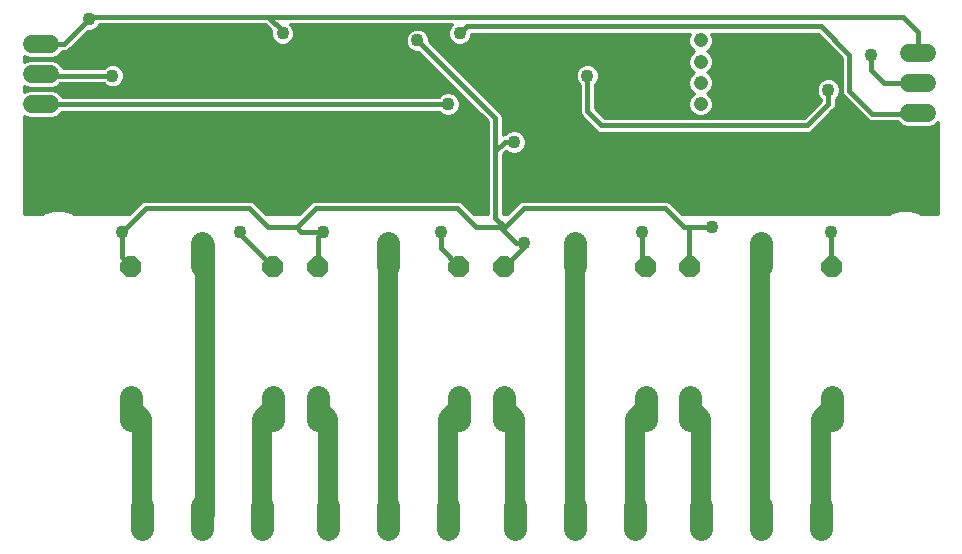
<source format=gbl>
G75*
%MOIN*%
%OFA0B0*%
%FSLAX25Y25*%
%IPPOS*%
%LPD*%
%AMOC8*
5,1,8,0,0,1.08239X$1,22.5*
%
%ADD10C,0.06000*%
%ADD11C,0.07677*%
%ADD12OC8,0.07000*%
%ADD13C,0.07800*%
%ADD14C,0.04756*%
%ADD15C,0.04356*%
%ADD16C,0.01000*%
%ADD17C,0.04750*%
%ADD18C,0.01600*%
%ADD19C,0.06600*%
%ADD20C,0.02400*%
D10*
X0008933Y0151748D02*
X0014933Y0151748D01*
X0014933Y0161748D02*
X0008933Y0161748D01*
X0008933Y0171748D02*
X0014933Y0171748D01*
X0014933Y0181748D02*
X0008933Y0181748D01*
X0301217Y0178598D02*
X0307217Y0178598D01*
X0307217Y0168598D02*
X0301217Y0168598D01*
X0301217Y0158598D02*
X0307217Y0158598D01*
X0307217Y0148598D02*
X0301217Y0148598D01*
D11*
X0251972Y0115370D02*
X0251972Y0107693D01*
X0189846Y0107693D02*
X0189846Y0115370D01*
X0127720Y0115370D02*
X0127720Y0107693D01*
X0065594Y0107693D02*
X0065594Y0115370D01*
X0041972Y0064091D02*
X0041972Y0056413D01*
X0089217Y0056413D02*
X0089217Y0064091D01*
X0104098Y0064091D02*
X0104098Y0056413D01*
X0151343Y0056413D02*
X0151343Y0064091D01*
X0166224Y0064091D02*
X0166224Y0056413D01*
X0213469Y0056413D02*
X0213469Y0064091D01*
X0228350Y0064091D02*
X0228350Y0056413D01*
X0275594Y0056413D02*
X0275594Y0064091D01*
D12*
X0275594Y0107496D03*
X0228350Y0107496D03*
X0213469Y0107496D03*
X0166224Y0107496D03*
X0151343Y0107496D03*
X0104098Y0107496D03*
X0089217Y0107496D03*
X0041972Y0107496D03*
D13*
X0045594Y0027774D02*
X0045594Y0019974D01*
X0065594Y0019974D02*
X0065594Y0027774D01*
X0085594Y0027774D02*
X0085594Y0019974D01*
X0107720Y0019974D02*
X0107720Y0027774D01*
X0127720Y0027774D02*
X0127720Y0019974D01*
X0147720Y0019974D02*
X0147720Y0027774D01*
X0169846Y0027774D02*
X0169846Y0019974D01*
X0189846Y0019974D02*
X0189846Y0027774D01*
X0209846Y0027774D02*
X0209846Y0019974D01*
X0231972Y0019974D02*
X0231972Y0027774D01*
X0251972Y0027774D02*
X0251972Y0019974D01*
X0271972Y0019974D02*
X0271972Y0027774D01*
D14*
X0231815Y0161630D03*
X0231815Y0168717D03*
X0231815Y0175803D03*
X0231815Y0182890D03*
D15*
X0194020Y0171079D03*
X0169610Y0149031D03*
X0147563Y0161630D03*
X0130240Y0147457D03*
X0145201Y0119110D03*
X0172760Y0115173D03*
X0212130Y0119110D03*
X0235752Y0120685D03*
X0275122Y0119110D03*
X0273941Y0147063D03*
X0274335Y0166354D03*
X0288508Y0178165D03*
X0216854Y0146276D03*
X0151500Y0185252D03*
X0137327Y0182890D03*
X0092445Y0185252D03*
X0035752Y0171079D03*
X0027878Y0189976D03*
X0038902Y0119110D03*
X0078272Y0119110D03*
X0105831Y0119110D03*
D16*
X0098763Y0125814D02*
X0086127Y0125814D01*
X0086925Y0125016D02*
X0082837Y0129104D01*
X0081919Y0129484D01*
X0046278Y0129484D01*
X0045359Y0129104D01*
X0041272Y0125016D01*
X0022980Y0125016D01*
X0021962Y0125603D01*
X0019115Y0126366D01*
X0016168Y0126366D01*
X0013321Y0125603D01*
X0012304Y0125016D01*
X0006394Y0125016D01*
X0006394Y0157713D01*
X0007998Y0157048D01*
X0015868Y0157048D01*
X0017595Y0157764D01*
X0018918Y0159086D01*
X0018936Y0159130D01*
X0144579Y0159130D01*
X0145366Y0158342D01*
X0146792Y0157752D01*
X0148334Y0157752D01*
X0149760Y0158342D01*
X0150851Y0159433D01*
X0151441Y0160859D01*
X0151441Y0162401D01*
X0150851Y0163827D01*
X0149760Y0164917D01*
X0148334Y0165508D01*
X0146792Y0165508D01*
X0145366Y0164917D01*
X0144579Y0164130D01*
X0019034Y0164130D01*
X0018918Y0164410D01*
X0017595Y0165732D01*
X0015868Y0166448D01*
X0007998Y0166448D01*
X0006394Y0165783D01*
X0006394Y0167713D01*
X0007998Y0167048D01*
X0015868Y0167048D01*
X0017595Y0167764D01*
X0018411Y0168579D01*
X0032768Y0168579D01*
X0033555Y0167791D01*
X0034981Y0167201D01*
X0036523Y0167201D01*
X0037949Y0167791D01*
X0039040Y0168882D01*
X0039630Y0170307D01*
X0039630Y0171850D01*
X0039040Y0173275D01*
X0037949Y0174366D01*
X0036523Y0174957D01*
X0034981Y0174957D01*
X0033555Y0174366D01*
X0032768Y0173579D01*
X0019262Y0173579D01*
X0018918Y0174410D01*
X0017595Y0175732D01*
X0015868Y0176448D01*
X0007998Y0176448D01*
X0006394Y0175783D01*
X0006394Y0177713D01*
X0007998Y0177048D01*
X0015868Y0177048D01*
X0017595Y0177764D01*
X0018918Y0179086D01*
X0018985Y0179248D01*
X0020147Y0179248D01*
X0021066Y0179629D01*
X0027536Y0186098D01*
X0028649Y0186098D01*
X0030075Y0186689D01*
X0031166Y0187780D01*
X0031366Y0188264D01*
X0086685Y0188264D01*
X0088672Y0186277D01*
X0088567Y0186023D01*
X0088567Y0184481D01*
X0089157Y0183055D01*
X0090248Y0181964D01*
X0091673Y0181374D01*
X0093216Y0181374D01*
X0094642Y0181964D01*
X0095732Y0183055D01*
X0096323Y0184481D01*
X0096323Y0186023D01*
X0095732Y0187449D01*
X0094917Y0188264D01*
X0149028Y0188264D01*
X0148212Y0187449D01*
X0147622Y0186023D01*
X0147622Y0184481D01*
X0148212Y0183055D01*
X0149303Y0181964D01*
X0150729Y0181374D01*
X0152271Y0181374D01*
X0153697Y0181964D01*
X0154788Y0183055D01*
X0155378Y0184481D01*
X0155378Y0185114D01*
X0228322Y0185114D01*
X0227737Y0183701D01*
X0227737Y0182079D01*
X0228358Y0180580D01*
X0229505Y0179433D01*
X0229713Y0179346D01*
X0229505Y0179260D01*
X0228358Y0178113D01*
X0227737Y0176614D01*
X0227737Y0174992D01*
X0228358Y0173493D01*
X0229505Y0172346D01*
X0229713Y0172260D01*
X0229505Y0172174D01*
X0228358Y0171027D01*
X0227737Y0169528D01*
X0227737Y0167905D01*
X0228358Y0166407D01*
X0229505Y0165259D01*
X0229713Y0165173D01*
X0229505Y0165087D01*
X0228358Y0163940D01*
X0227737Y0162441D01*
X0227737Y0160819D01*
X0228358Y0159320D01*
X0229505Y0158173D01*
X0231004Y0157552D01*
X0232626Y0157552D01*
X0234125Y0158173D01*
X0235272Y0159320D01*
X0235893Y0160819D01*
X0235893Y0162441D01*
X0235272Y0163940D01*
X0234125Y0165087D01*
X0233917Y0165173D01*
X0234125Y0165259D01*
X0235272Y0166407D01*
X0235893Y0167905D01*
X0235893Y0169528D01*
X0235272Y0171027D01*
X0234125Y0172174D01*
X0233917Y0172260D01*
X0234125Y0172346D01*
X0235272Y0173493D01*
X0235893Y0174992D01*
X0235893Y0176614D01*
X0235272Y0178113D01*
X0234125Y0179260D01*
X0233917Y0179346D01*
X0234125Y0179433D01*
X0235272Y0180580D01*
X0235893Y0182079D01*
X0235893Y0183701D01*
X0235308Y0185114D01*
X0270937Y0185114D01*
X0278921Y0177130D01*
X0278921Y0165463D01*
X0279302Y0164544D01*
X0280005Y0163841D01*
X0286782Y0157064D01*
X0287485Y0156361D01*
X0288404Y0155980D01*
X0297214Y0155980D01*
X0297232Y0155936D01*
X0298554Y0154614D01*
X0300282Y0153898D01*
X0308151Y0153898D01*
X0309879Y0154614D01*
X0310780Y0155515D01*
X0310780Y0125016D01*
X0305263Y0125016D01*
X0304245Y0125603D01*
X0301399Y0126366D01*
X0298452Y0126366D01*
X0295605Y0125603D01*
X0294587Y0125016D01*
X0225508Y0125016D01*
X0222123Y0128400D01*
X0221420Y0129104D01*
X0220501Y0129484D01*
X0172263Y0129484D01*
X0171344Y0129104D01*
X0167256Y0125016D01*
X0165811Y0125016D01*
X0165811Y0144846D01*
X0167061Y0146096D01*
X0167414Y0145744D01*
X0168839Y0145154D01*
X0170382Y0145154D01*
X0171807Y0145744D01*
X0172898Y0146835D01*
X0173488Y0148260D01*
X0173488Y0149803D01*
X0172898Y0151228D01*
X0171807Y0152319D01*
X0170382Y0152909D01*
X0168839Y0152909D01*
X0167414Y0152319D01*
X0166626Y0151531D01*
X0165963Y0151531D01*
X0165811Y0151468D01*
X0165811Y0157403D01*
X0165430Y0158322D01*
X0141205Y0182547D01*
X0141205Y0183661D01*
X0140614Y0185086D01*
X0139523Y0186177D01*
X0138098Y0186768D01*
X0136555Y0186768D01*
X0135130Y0186177D01*
X0134039Y0185086D01*
X0133449Y0183661D01*
X0133449Y0182118D01*
X0134039Y0180693D01*
X0135130Y0179602D01*
X0136555Y0179012D01*
X0137669Y0179012D01*
X0160811Y0155870D01*
X0160811Y0125016D01*
X0156217Y0125016D01*
X0152832Y0128400D01*
X0152129Y0129104D01*
X0151210Y0129484D01*
X0102971Y0129484D01*
X0102052Y0129104D01*
X0097964Y0125016D01*
X0086925Y0125016D01*
X0085129Y0126812D02*
X0099761Y0126812D01*
X0100760Y0127811D02*
X0084130Y0127811D01*
X0083132Y0128809D02*
X0101758Y0128809D01*
X0144944Y0158765D02*
X0018597Y0158765D01*
X0017598Y0157766D02*
X0146757Y0157766D01*
X0148369Y0157766D02*
X0158915Y0157766D01*
X0159913Y0156768D02*
X0006394Y0156768D01*
X0006394Y0155769D02*
X0160811Y0155769D01*
X0160811Y0154771D02*
X0006394Y0154771D01*
X0006394Y0153772D02*
X0160811Y0153772D01*
X0160811Y0152774D02*
X0006394Y0152774D01*
X0006394Y0151775D02*
X0160811Y0151775D01*
X0160811Y0150777D02*
X0006394Y0150777D01*
X0006394Y0149778D02*
X0160811Y0149778D01*
X0160811Y0148780D02*
X0006394Y0148780D01*
X0006394Y0147781D02*
X0160811Y0147781D01*
X0160811Y0146783D02*
X0006394Y0146783D01*
X0006394Y0145784D02*
X0160811Y0145784D01*
X0160811Y0144786D02*
X0006394Y0144786D01*
X0006394Y0143787D02*
X0160811Y0143787D01*
X0160811Y0142789D02*
X0006394Y0142789D01*
X0006394Y0141790D02*
X0160811Y0141790D01*
X0160811Y0140792D02*
X0006394Y0140792D01*
X0006394Y0139793D02*
X0160811Y0139793D01*
X0160811Y0138795D02*
X0006394Y0138795D01*
X0006394Y0137796D02*
X0160811Y0137796D01*
X0160811Y0136798D02*
X0006394Y0136798D01*
X0006394Y0135799D02*
X0160811Y0135799D01*
X0160811Y0134801D02*
X0006394Y0134801D01*
X0006394Y0133802D02*
X0160811Y0133802D01*
X0160811Y0132803D02*
X0006394Y0132803D01*
X0006394Y0131805D02*
X0160811Y0131805D01*
X0160811Y0130806D02*
X0006394Y0130806D01*
X0006394Y0129808D02*
X0160811Y0129808D01*
X0160811Y0128809D02*
X0152423Y0128809D01*
X0153421Y0127811D02*
X0160811Y0127811D01*
X0160811Y0126812D02*
X0154420Y0126812D01*
X0155418Y0125814D02*
X0160811Y0125814D01*
X0165811Y0125814D02*
X0168054Y0125814D01*
X0169052Y0126812D02*
X0165811Y0126812D01*
X0165811Y0127811D02*
X0170051Y0127811D01*
X0171050Y0128809D02*
X0165811Y0128809D01*
X0165811Y0129808D02*
X0310780Y0129808D01*
X0310780Y0130806D02*
X0165811Y0130806D01*
X0165811Y0131805D02*
X0310780Y0131805D01*
X0310780Y0132803D02*
X0165811Y0132803D01*
X0165811Y0133802D02*
X0310780Y0133802D01*
X0310780Y0134801D02*
X0165811Y0134801D01*
X0165811Y0135799D02*
X0310780Y0135799D01*
X0310780Y0136798D02*
X0165811Y0136798D01*
X0165811Y0137796D02*
X0310780Y0137796D01*
X0310780Y0138795D02*
X0165811Y0138795D01*
X0165811Y0139793D02*
X0310780Y0139793D01*
X0310780Y0140792D02*
X0165811Y0140792D01*
X0165811Y0141790D02*
X0310780Y0141790D01*
X0310780Y0142789D02*
X0165811Y0142789D01*
X0165811Y0143787D02*
X0310780Y0143787D01*
X0310780Y0144786D02*
X0165811Y0144786D01*
X0166749Y0145784D02*
X0167373Y0145784D01*
X0171847Y0145784D02*
X0310780Y0145784D01*
X0310780Y0146783D02*
X0172846Y0146783D01*
X0173290Y0147781D02*
X0310780Y0147781D01*
X0310780Y0148780D02*
X0173488Y0148780D01*
X0173488Y0149778D02*
X0310780Y0149778D01*
X0310780Y0150777D02*
X0173085Y0150777D01*
X0172351Y0151775D02*
X0310780Y0151775D01*
X0310780Y0152774D02*
X0269014Y0152774D01*
X0268664Y0152424D02*
X0275751Y0159511D01*
X0276454Y0160214D01*
X0276835Y0161133D01*
X0276835Y0163370D01*
X0277622Y0164158D01*
X0278213Y0165583D01*
X0278213Y0167126D01*
X0277622Y0168551D01*
X0276531Y0169642D01*
X0275106Y0170232D01*
X0273563Y0170232D01*
X0272138Y0169642D01*
X0271047Y0168551D01*
X0270457Y0167126D01*
X0270457Y0165583D01*
X0271047Y0164158D01*
X0271835Y0163370D01*
X0271835Y0162665D01*
X0266212Y0157043D01*
X0199780Y0157043D01*
X0196520Y0160303D01*
X0196520Y0168094D01*
X0197307Y0168882D01*
X0197898Y0170307D01*
X0197898Y0171850D01*
X0197307Y0173275D01*
X0196216Y0174366D01*
X0194791Y0174957D01*
X0193248Y0174957D01*
X0191823Y0174366D01*
X0190732Y0173275D01*
X0190142Y0171850D01*
X0190142Y0170307D01*
X0190732Y0168882D01*
X0191520Y0168094D01*
X0191520Y0158770D01*
X0191900Y0157852D01*
X0196625Y0153127D01*
X0197328Y0152424D01*
X0198247Y0152043D01*
X0267745Y0152043D01*
X0268664Y0152424D01*
X0270012Y0153772D02*
X0310780Y0153772D01*
X0310780Y0154771D02*
X0310036Y0154771D01*
X0298397Y0154771D02*
X0271011Y0154771D01*
X0272010Y0155769D02*
X0297399Y0155769D01*
X0287079Y0156768D02*
X0273008Y0156768D01*
X0274007Y0157766D02*
X0286080Y0157766D01*
X0286782Y0157064D02*
X0286782Y0157064D01*
X0285082Y0158765D02*
X0275005Y0158765D01*
X0276004Y0159763D02*
X0284083Y0159763D01*
X0283085Y0160762D02*
X0276681Y0160762D01*
X0276835Y0161760D02*
X0282086Y0161760D01*
X0281088Y0162759D02*
X0276835Y0162759D01*
X0277222Y0163757D02*
X0280089Y0163757D01*
X0280005Y0163841D02*
X0280005Y0163841D01*
X0279214Y0164756D02*
X0277870Y0164756D01*
X0278213Y0165754D02*
X0278921Y0165754D01*
X0278921Y0166753D02*
X0278213Y0166753D01*
X0277953Y0167751D02*
X0278921Y0167751D01*
X0278921Y0168750D02*
X0277423Y0168750D01*
X0276274Y0169748D02*
X0278921Y0169748D01*
X0278921Y0170747D02*
X0235388Y0170747D01*
X0235801Y0169748D02*
X0272395Y0169748D01*
X0271246Y0168750D02*
X0235893Y0168750D01*
X0235829Y0167751D02*
X0270716Y0167751D01*
X0270457Y0166753D02*
X0235416Y0166753D01*
X0234620Y0165754D02*
X0270457Y0165754D01*
X0270799Y0164756D02*
X0234456Y0164756D01*
X0235348Y0163757D02*
X0271447Y0163757D01*
X0271835Y0162759D02*
X0235761Y0162759D01*
X0235893Y0161760D02*
X0270930Y0161760D01*
X0269931Y0160762D02*
X0235869Y0160762D01*
X0235456Y0159763D02*
X0268932Y0159763D01*
X0267934Y0158765D02*
X0234717Y0158765D01*
X0233143Y0157766D02*
X0266935Y0157766D01*
X0278921Y0171745D02*
X0234553Y0171745D01*
X0234523Y0172744D02*
X0278921Y0172744D01*
X0278921Y0173742D02*
X0235375Y0173742D01*
X0235789Y0174741D02*
X0278921Y0174741D01*
X0278921Y0175739D02*
X0235893Y0175739D01*
X0235842Y0176738D02*
X0278921Y0176738D01*
X0278315Y0177737D02*
X0235428Y0177737D01*
X0234650Y0178735D02*
X0277316Y0178735D01*
X0276318Y0179734D02*
X0234426Y0179734D01*
X0235335Y0180732D02*
X0275319Y0180732D01*
X0274321Y0181731D02*
X0235749Y0181731D01*
X0235893Y0182729D02*
X0273322Y0182729D01*
X0272323Y0183728D02*
X0235882Y0183728D01*
X0235468Y0184726D02*
X0271325Y0184726D01*
X0229204Y0179734D02*
X0144019Y0179734D01*
X0143020Y0180732D02*
X0228295Y0180732D01*
X0227881Y0181731D02*
X0153132Y0181731D01*
X0154461Y0182729D02*
X0227737Y0182729D01*
X0227748Y0183728D02*
X0155066Y0183728D01*
X0155378Y0184726D02*
X0228162Y0184726D01*
X0228980Y0178735D02*
X0145017Y0178735D01*
X0146016Y0177737D02*
X0228202Y0177737D01*
X0227788Y0176738D02*
X0147014Y0176738D01*
X0148013Y0175739D02*
X0227737Y0175739D01*
X0227841Y0174741D02*
X0195312Y0174741D01*
X0196840Y0173742D02*
X0228255Y0173742D01*
X0229107Y0172744D02*
X0197527Y0172744D01*
X0197898Y0171745D02*
X0229077Y0171745D01*
X0228242Y0170747D02*
X0197898Y0170747D01*
X0197666Y0169748D02*
X0227828Y0169748D01*
X0227737Y0168750D02*
X0197175Y0168750D01*
X0196520Y0167751D02*
X0227801Y0167751D01*
X0228214Y0166753D02*
X0196520Y0166753D01*
X0196520Y0165754D02*
X0229010Y0165754D01*
X0229174Y0164756D02*
X0196520Y0164756D01*
X0196520Y0163757D02*
X0228282Y0163757D01*
X0227869Y0162759D02*
X0196520Y0162759D01*
X0196520Y0161760D02*
X0227737Y0161760D01*
X0227761Y0160762D02*
X0196520Y0160762D01*
X0197060Y0159763D02*
X0228174Y0159763D01*
X0228913Y0158765D02*
X0198058Y0158765D01*
X0199057Y0157766D02*
X0230486Y0157766D01*
X0196978Y0152774D02*
X0170709Y0152774D01*
X0168511Y0152774D02*
X0165811Y0152774D01*
X0165811Y0153772D02*
X0195980Y0153772D01*
X0194981Y0154771D02*
X0165811Y0154771D01*
X0165811Y0155769D02*
X0193983Y0155769D01*
X0192984Y0156768D02*
X0165811Y0156768D01*
X0165660Y0157766D02*
X0191986Y0157766D01*
X0191522Y0158765D02*
X0164987Y0158765D01*
X0163989Y0159763D02*
X0191520Y0159763D01*
X0191520Y0160762D02*
X0162990Y0160762D01*
X0161992Y0161760D02*
X0191520Y0161760D01*
X0191520Y0162759D02*
X0160993Y0162759D01*
X0159995Y0163757D02*
X0191520Y0163757D01*
X0191520Y0164756D02*
X0158996Y0164756D01*
X0157998Y0165754D02*
X0191520Y0165754D01*
X0191520Y0166753D02*
X0156999Y0166753D01*
X0156001Y0167751D02*
X0191520Y0167751D01*
X0190864Y0168750D02*
X0155002Y0168750D01*
X0154004Y0169748D02*
X0190373Y0169748D01*
X0190142Y0170747D02*
X0153005Y0170747D01*
X0152007Y0171745D02*
X0190142Y0171745D01*
X0190512Y0172744D02*
X0151008Y0172744D01*
X0150010Y0173742D02*
X0191199Y0173742D01*
X0192728Y0174741D02*
X0149011Y0174741D01*
X0145934Y0170747D02*
X0039630Y0170747D01*
X0039630Y0171745D02*
X0144936Y0171745D01*
X0143937Y0172744D02*
X0039260Y0172744D01*
X0038572Y0173742D02*
X0142939Y0173742D01*
X0141940Y0174741D02*
X0037044Y0174741D01*
X0034460Y0174741D02*
X0018587Y0174741D01*
X0019194Y0173742D02*
X0032931Y0173742D01*
X0039398Y0169748D02*
X0146933Y0169748D01*
X0147931Y0168750D02*
X0038907Y0168750D01*
X0037853Y0167751D02*
X0148930Y0167751D01*
X0149928Y0166753D02*
X0006394Y0166753D01*
X0017543Y0165754D02*
X0150927Y0165754D01*
X0151925Y0164756D02*
X0149921Y0164756D01*
X0150879Y0163757D02*
X0152924Y0163757D01*
X0153922Y0162759D02*
X0151293Y0162759D01*
X0151441Y0161760D02*
X0154921Y0161760D01*
X0155919Y0160762D02*
X0151401Y0160762D01*
X0150987Y0159763D02*
X0156918Y0159763D01*
X0157916Y0158765D02*
X0150182Y0158765D01*
X0145205Y0164756D02*
X0018572Y0164756D01*
X0017566Y0167751D02*
X0033651Y0167751D01*
X0017579Y0175739D02*
X0140942Y0175739D01*
X0139943Y0176738D02*
X0006394Y0176738D01*
X0017530Y0177737D02*
X0138944Y0177737D01*
X0137946Y0178735D02*
X0018567Y0178735D01*
X0021171Y0179734D02*
X0134999Y0179734D01*
X0134023Y0180732D02*
X0022169Y0180732D01*
X0023168Y0181731D02*
X0090813Y0181731D01*
X0089484Y0182729D02*
X0024166Y0182729D01*
X0025165Y0183728D02*
X0088879Y0183728D01*
X0088567Y0184726D02*
X0026163Y0184726D01*
X0027162Y0185725D02*
X0088567Y0185725D01*
X0088226Y0186723D02*
X0030109Y0186723D01*
X0031107Y0187722D02*
X0087227Y0187722D01*
X0095459Y0187722D02*
X0148485Y0187722D01*
X0147912Y0186723D02*
X0138206Y0186723D01*
X0136448Y0186723D02*
X0096033Y0186723D01*
X0096323Y0185725D02*
X0134677Y0185725D01*
X0133890Y0184726D02*
X0096323Y0184726D01*
X0096011Y0183728D02*
X0133476Y0183728D01*
X0133449Y0182729D02*
X0095406Y0182729D01*
X0094077Y0181731D02*
X0133609Y0181731D01*
X0139976Y0185725D02*
X0147622Y0185725D01*
X0147622Y0184726D02*
X0140764Y0184726D01*
X0141177Y0183728D02*
X0147934Y0183728D01*
X0148539Y0182729D02*
X0141205Y0182729D01*
X0142022Y0181731D02*
X0149868Y0181731D01*
X0165811Y0151775D02*
X0166870Y0151775D01*
X0221714Y0128809D02*
X0310780Y0128809D01*
X0310780Y0127811D02*
X0222713Y0127811D01*
X0223711Y0126812D02*
X0310780Y0126812D01*
X0310780Y0125814D02*
X0303460Y0125814D01*
X0296391Y0125814D02*
X0224710Y0125814D01*
X0045065Y0128809D02*
X0006394Y0128809D01*
X0006394Y0127811D02*
X0044067Y0127811D01*
X0043068Y0126812D02*
X0006394Y0126812D01*
X0006394Y0125814D02*
X0014107Y0125814D01*
X0021176Y0125814D02*
X0042070Y0125814D01*
D17*
X0064098Y0152575D03*
D18*
X0035752Y0171079D02*
X0012602Y0171079D01*
X0011933Y0171748D01*
X0011933Y0161748D02*
X0012051Y0161630D01*
X0147563Y0161630D01*
X0163311Y0156906D02*
X0137327Y0182890D01*
X0151500Y0185252D02*
X0153862Y0187614D01*
X0271972Y0187614D01*
X0281421Y0178165D01*
X0281421Y0165961D01*
X0288902Y0158480D01*
X0304098Y0158480D01*
X0304217Y0158598D01*
X0304217Y0168598D02*
X0304098Y0168717D01*
X0292839Y0168717D01*
X0288508Y0173047D01*
X0288508Y0178165D01*
X0304217Y0178598D02*
X0304256Y0178638D01*
X0304256Y0185646D01*
X0299138Y0190764D01*
X0087720Y0190764D01*
X0092445Y0186039D01*
X0092445Y0185252D01*
X0087720Y0190764D02*
X0028665Y0190764D01*
X0027878Y0189976D02*
X0019650Y0181748D01*
X0011933Y0181748D01*
X0046776Y0126984D02*
X0038902Y0119110D01*
X0038902Y0110567D01*
X0041972Y0107496D01*
X0046776Y0126984D02*
X0081421Y0126984D01*
X0087720Y0120685D01*
X0097169Y0120685D01*
X0098744Y0119110D01*
X0105831Y0119110D01*
X0104098Y0117378D01*
X0104098Y0107496D01*
X0089217Y0107496D02*
X0078272Y0118441D01*
X0078272Y0119110D01*
X0097169Y0120685D02*
X0103469Y0126984D01*
X0150713Y0126984D01*
X0157012Y0120685D01*
X0164886Y0120685D01*
X0170398Y0115173D01*
X0172760Y0115173D01*
X0172760Y0114031D01*
X0166224Y0107496D01*
X0151343Y0107496D02*
X0145201Y0113638D01*
X0145201Y0119110D01*
X0163311Y0123835D02*
X0163311Y0145882D01*
X0163311Y0156906D01*
X0166461Y0149031D02*
X0163311Y0145882D01*
X0166461Y0149031D02*
X0169610Y0149031D01*
X0194020Y0159268D02*
X0198744Y0154543D01*
X0267248Y0154543D01*
X0274335Y0161630D01*
X0274335Y0166354D01*
X0226303Y0120685D02*
X0220004Y0126984D01*
X0172760Y0126984D01*
X0166461Y0120685D01*
X0163311Y0123835D01*
X0164886Y0120685D02*
X0166461Y0120685D01*
X0212130Y0119110D02*
X0212130Y0108835D01*
X0213469Y0107496D01*
X0227878Y0107969D02*
X0228350Y0107496D01*
X0227878Y0107969D02*
X0227878Y0120685D01*
X0235752Y0120685D01*
X0227878Y0120685D02*
X0226303Y0120685D01*
X0275122Y0119110D02*
X0275122Y0107969D01*
X0275594Y0107496D01*
X0194020Y0159268D02*
X0194020Y0171079D01*
D19*
X0189846Y0115370D02*
X0189846Y0023874D01*
X0169846Y0023874D02*
X0169846Y0056630D01*
X0166224Y0060252D01*
X0151343Y0060252D02*
X0147720Y0056630D01*
X0147720Y0023874D01*
X0127720Y0023874D02*
X0127720Y0115370D01*
X0066461Y0114504D02*
X0065594Y0115370D01*
X0066461Y0114504D02*
X0066461Y0024622D01*
X0065713Y0023874D01*
X0065594Y0023874D01*
X0045594Y0023874D02*
X0045594Y0056630D01*
X0041972Y0060252D01*
X0085594Y0056630D02*
X0089217Y0060252D01*
X0085594Y0056630D02*
X0085594Y0023874D01*
X0107720Y0023874D02*
X0107720Y0056630D01*
X0104098Y0060252D01*
X0209846Y0056630D02*
X0209846Y0023874D01*
X0231972Y0023874D02*
X0231972Y0056630D01*
X0228350Y0060252D01*
X0213469Y0060252D02*
X0209846Y0056630D01*
X0251500Y0024622D02*
X0251500Y0114898D01*
X0251972Y0115370D01*
X0275594Y0060252D02*
X0271972Y0056630D01*
X0271972Y0023874D01*
X0251972Y0023874D02*
X0251972Y0024150D01*
X0251500Y0024622D01*
D20*
X0028665Y0190764D02*
X0027878Y0189976D01*
M02*

</source>
